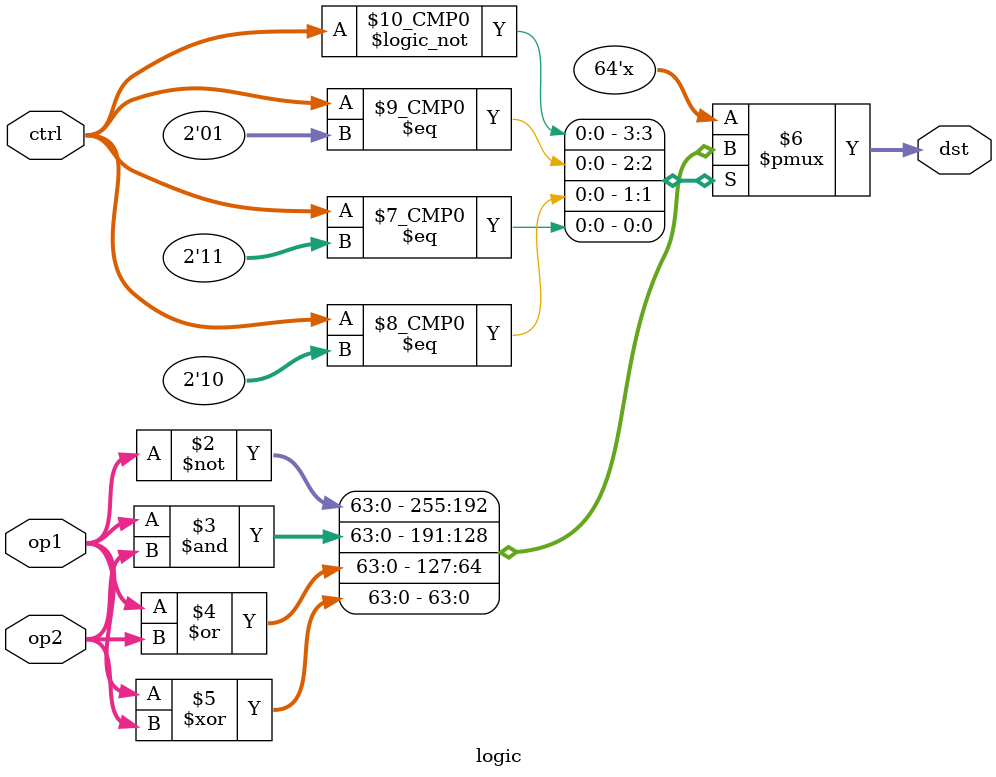
<source format=v>
`timescale 1ns / 1ps


module logic(
    input [1:0] ctrl,
    input [63:0] op1,
    input [63:0] op2,
    output reg [63:0] dst
);

always @* begin
    case(ctrl)
        2'b00: begin
            dst = ~op1;
        end
        2'b01: begin 
            dst = op1 & op2;
        end
        2'b10: begin
            dst = op1 | op2;
        end
        2'b11: begin
            dst = op1 ^ op2;
        end
    endcase
end

endmodule
</source>
